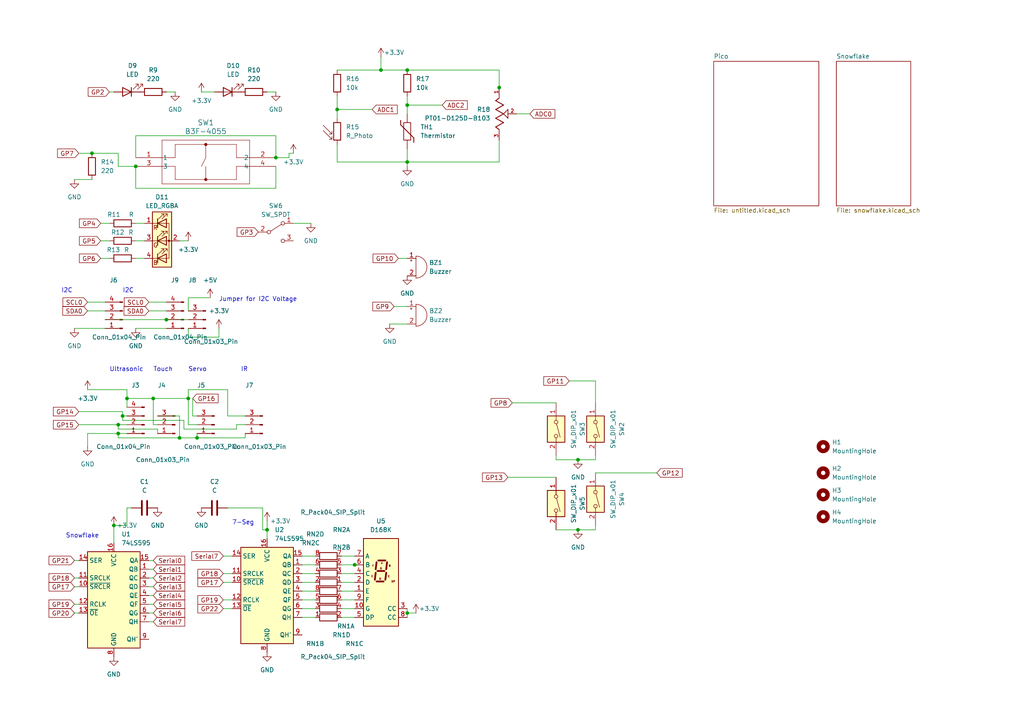
<source format=kicad_sch>
(kicad_sch (version 20231120) (generator "eeschema") (generator_version "8.0")
  (paper "A4")
  (lib_symbols
    (symbol "74xx:74LS595"
      (property "Reference" "U" (at -7.62 13.97 0))
      (property "Value" "74LS595" (at -7.62 -16.51 0))
      (symbol "74LS595_1_0"
        (pin tri_state line (at 10.16 7.62 180) (length 2.54) (name "QB") (number "1"))
        (pin input line (at -10.16 2.54 0) (length 2.54) (name "~{SRCLR}") (number "10"))
        (pin input line (at -10.16 5.08 0) (length 2.54) (name "SRCLK") (number "11"))
        (pin input line (at -10.16 -2.54 0) (length 2.54) (name "RCLK") (number "12"))
        (pin input line (at -10.16 -5.08 0) (length 2.54) (name "~{OE}") (number "13"))
        (pin input line (at -10.16 10.16 0) (length 2.54) (name "SER") (number "14"))
        (pin tri_state line (at 10.16 10.16 180) (length 2.54) (name "QA") (number "15"))
        (pin power_in line (at 0 15.24 270) (length 2.54) (name "VCC") (number "16"))
        (pin tri_state line (at 10.16 5.08 180) (length 2.54) (name "QC") (number "2"))
        (pin tri_state line (at 10.16 2.54 180) (length 2.54) (name "QD") (number "3"))
        (pin tri_state line (at 10.16 0 180) (length 2.54) (name "QE") (number "4"))
        (pin tri_state line (at 10.16 -2.54 180) (length 2.54) (name "QF") (number "5"))
        (pin tri_state line (at 10.16 -5.08 180) (length 2.54) (name "QG") (number "6"))
        (pin tri_state line (at 10.16 -7.62 180) (length 2.54) (name "QH") (number "7"))
        (pin power_in line (at 0 -17.78 90) (length 2.54) (name "GND") (number "8"))
        (pin output line (at 10.16 -12.7 180) (length 2.54) (name "QH'") (number "9"))
      )
      (symbol "74LS595_1_1"
        (rectangle (start -7.62 12.7) (end 7.62 -15.24) (stroke (width 0.254)) (fill (type background)))
      )
    )
    (symbol "Connector:Conn_01x03_Pin" (pin_names (offset 1.016) hide)
      (property "Reference" "J" (at 0 5.08 0))
      (property "Value" "Conn_01x03_Pin" (at 0 -5.08 0))
      (symbol "Conn_01x03_Pin_1_1"
        (polyline (pts (xy 1.27 -2.54) (xy 0.8636 -2.54)) (stroke (width 0.1524)))
        (polyline (pts (xy 1.27 0) (xy 0.8636 0)) (stroke (width 0.1524)))
        (polyline (pts (xy 1.27 2.54) (xy 0.8636 2.54)) (stroke (width 0.1524)))
        (rectangle (start 0.8636 -2.413) (end 0 -2.667) (stroke (width 0.1524)) (fill (type outline)))
        (rectangle (start 0.8636 0.127) (end 0 -0.127) (stroke (width 0.1524)) (fill (type outline)))
        (rectangle (start 0.8636 2.667) (end 0 2.413) (stroke (width 0.1524)) (fill (type outline)))
        (pin passive line (at 5.08 2.54 180) (length 3.81) (name "Pin_1") (number "1"))
        (pin passive line (at 5.08 0 180) (length 3.81) (name "Pin_2") (number "2"))
        (pin passive line (at 5.08 -2.54 180) (length 3.81) (name "Pin_3") (number "3"))
      )
    )
    (symbol "Connector:Conn_01x04_Pin" (pin_names (offset 1.016) hide)
      (property "Reference" "J" (at 0 5.08 0))
      (property "Value" "Conn_01x04_Pin" (at 0 -7.62 0))
      (symbol "Conn_01x04_Pin_1_1"
        (polyline (pts (xy 1.27 -5.08) (xy 0.8636 -5.08)) (stroke (width 0.1524)))
        (polyline (pts (xy 1.27 -2.54) (xy 0.8636 -2.54)) (stroke (width 0.1524)))
        (polyline (pts (xy 1.27 0) (xy 0.8636 0)) (stroke (width 0.1524)))
        (polyline (pts (xy 1.27 2.54) (xy 0.8636 2.54)) (stroke (width 0.1524)))
        (rectangle (start 0.8636 -4.953) (end 0 -5.207) (stroke (width 0.1524)) (fill (type outline)))
        (rectangle (start 0.8636 -2.413) (end 0 -2.667) (stroke (width 0.1524)) (fill (type outline)))
        (rectangle (start 0.8636 0.127) (end 0 -0.127) (stroke (width 0.1524)) (fill (type outline)))
        (rectangle (start 0.8636 2.667) (end 0 2.413) (stroke (width 0.1524)) (fill (type outline)))
        (pin passive line (at 5.08 2.54 180) (length 3.81) (name "Pin_1") (number "1"))
        (pin passive line (at 5.08 0 180) (length 3.81) (name "Pin_2") (number "2"))
        (pin passive line (at 5.08 -2.54 180) (length 3.81) (name "Pin_3") (number "3"))
        (pin passive line (at 5.08 -5.08 180) (length 3.81) (name "Pin_4") (number "4"))
      )
    )
    (symbol "Device:Buzzer" (pin_names (offset 0.0254) hide)
      (property "Reference" "BZ" (at 3.81 1.27 0))
      (property "Value" "Buzzer" (at 3.81 -1.27 0))
      (symbol "Buzzer_0_1"
        (arc (start 0 -3.175) (mid 3.1612 0) (end 0 3.175))
        (polyline (pts (xy -1.651 1.905) (xy -1.143 1.905)))
        (polyline (pts (xy -1.397 2.159) (xy -1.397 1.651)))
        (polyline (pts (xy 0 3.175) (xy 0 -3.175)))
      )
      (symbol "Buzzer_1_1"
        (pin passive line (at -2.54 2.54 0) (length 2.54) (name "-") (number "1"))
        (pin passive line (at -2.54 -2.54 0) (length 2.54) (name "+") (number "2"))
      )
    )
    (symbol "Device:C" (pin_numbers hide) (pin_names (offset 0.254))
      (property "Reference" "C" (at 0.635 2.54 0))
      (property "Value" "C" (at 0.635 -2.54 0))
      (symbol "C_0_1"
        (polyline (pts (xy -2.032 -0.762) (xy 2.032 -0.762)) (stroke (width 0.508)))
        (polyline (pts (xy -2.032 0.762) (xy 2.032 0.762)) (stroke (width 0.508)))
      )
      (symbol "C_1_1"
        (pin passive line (at 0 3.81 270) (length 2.794) (name "~") (number "1"))
        (pin passive line (at 0 -3.81 90) (length 2.794) (name "~") (number "2"))
      )
    )
    (symbol "Device:LED" (pin_numbers hide) (pin_names (offset 1.016) hide)
      (property "Reference" "D" (at 0 2.54 0))
      (property "Value" "LED" (at 0 -2.54 0))
      (symbol "LED_0_1"
        (polyline (pts (xy -1.27 -1.27) (xy -1.27 1.27)) (stroke (width 0.254)))
        (polyline (pts (xy -1.27 0) (xy 1.27 0)))
        (polyline (pts (xy 1.27 -1.27) (xy 1.27 1.27) (xy -1.27 0) (xy 1.27 -1.27)) (stroke (width 0.254)))
        (polyline (pts (xy -3.048 -0.762) (xy -4.572 -2.286) (xy -3.81 -2.286) (xy -4.572 -2.286) (xy -4.572 -1.524)))
        (polyline (pts (xy -1.778 -0.762) (xy -3.302 -2.286) (xy -2.54 -2.286) (xy -3.302 -2.286) (xy -3.302 -1.524)))
      )
      (symbol "LED_1_1"
        (pin passive line (at -3.81 0 0) (length 2.54) (name "K") (number "1"))
        (pin passive line (at 3.81 0 180) (length 2.54) (name "A") (number "2"))
      )
    )
    (symbol "Device:LED_RGBA" (pin_names (offset 0) hide)
      (property "Reference" "D11" (at 0 12.7 0))
      (property "Value" "LED_RGBA" (at 0 10.16 0))
      (symbol "LED_RGBA_0_0"
        (text "B" (at -1.905 -6.35 0) (effects (font (size 1.27 1.27))))
        (text "G" (at -1.905 -1.27 0) (effects (font (size 1.27 1.27))))
        (text "R" (at -1.905 3.81 0) (effects (font (size 1.27 1.27))))
      )
      (symbol "LED_RGBA_0_1"
        (rectangle (start -2.794 8.382) (end 2.794 -7.62) (stroke (width 0.254)) (fill (type background)))
        (polyline (pts (xy -1.27 -5.08) (xy -2.54 -5.08)))
        (polyline (pts (xy -1.27 -5.08) (xy 1.27 -5.08)))
        (polyline (pts (xy -1.27 -3.81) (xy -1.27 -6.35)) (stroke (width 0.254)))
        (polyline (pts (xy -1.27 0) (xy -2.54 0)))
        (polyline (pts (xy -1.27 1.27) (xy -1.27 -1.27)) (stroke (width 0.254)))
        (polyline (pts (xy -1.27 5.08) (xy -2.54 5.08)))
        (polyline (pts (xy -1.27 5.08) (xy 1.27 5.08)))
        (polyline (pts (xy -1.27 6.35) (xy -1.27 3.81)) (stroke (width 0.254)))
        (polyline (pts (xy 1.27 0) (xy -1.27 0)))
        (polyline (pts (xy 1.27 0) (xy 2.54 0)))
        (polyline (pts (xy -1.27 1.27) (xy -1.27 -1.27) (xy -1.27 -1.27)))
        (polyline (pts (xy -1.27 6.35) (xy -1.27 3.81) (xy -1.27 3.81)))
        (polyline (pts (xy 1.27 -5.08) (xy 2.032 -5.08) (xy 2.032 5.08) (xy 1.27 5.08)))
        (polyline (pts (xy 1.27 -3.81) (xy 1.27 -6.35) (xy -1.27 -5.08) (xy 1.27 -3.81)) (stroke (width 0.254)))
        (polyline (pts (xy 1.27 1.27) (xy 1.27 -1.27) (xy -1.27 0) (xy 1.27 1.27)) (stroke (width 0.254)))
        (polyline (pts (xy 1.27 6.35) (xy 1.27 3.81) (xy -1.27 5.08) (xy 1.27 6.35)) (stroke (width 0.254)))
        (polyline (pts (xy -1.016 -3.81) (xy 0.508 -2.286) (xy -0.254 -2.286) (xy 0.508 -2.286) (xy 0.508 -3.048)))
        (polyline (pts (xy -1.016 1.27) (xy 0.508 2.794) (xy -0.254 2.794) (xy 0.508 2.794) (xy 0.508 2.032)))
        (polyline (pts (xy -1.016 6.35) (xy 0.508 7.874) (xy -0.254 7.874) (xy 0.508 7.874) (xy 0.508 7.112)))
        (polyline (pts (xy 0 -3.81) (xy 1.524 -2.286) (xy 0.762 -2.286) (xy 1.524 -2.286) (xy 1.524 -3.048)))
        (polyline (pts (xy 0 1.27) (xy 1.524 2.794) (xy 0.762 2.794) (xy 1.524 2.794) (xy 1.524 2.032)))
        (polyline (pts (xy 0 6.35) (xy 1.524 7.874) (xy 0.762 7.874) (xy 1.524 7.874) (xy 1.524 7.112)))
        (rectangle (start 1.27 -1.27) (end 1.27 1.27))
        (rectangle (start 1.27 1.27) (end 1.27 1.27))
        (rectangle (start 1.27 3.81) (end 1.27 6.35))
        (rectangle (start 1.27 6.35) (end 1.27 6.35))
        (circle (center 2.032 0) (radius 0.254) (fill (type outline)))
      )
      (symbol "LED_RGBA_1_1"
        (pin passive line (at -5.08 5.08 0) (length 2.54) (name "RK") (number "1"))
        (pin passive line (at 5.08 0 180) (length 2.54) (name "2") (number "2"))
        (pin passive line (at -5.08 0 0) (length 2.54) (name "3") (number "3"))
        (pin passive line (at -5.08 -5.08 0) (length 2.54) (name "4") (number "4"))
      )
    )
    (symbol "Device:R" (pin_numbers hide) (pin_names (offset 0))
      (property "Reference" "R" (at 2.032 0 90))
      (property "Value" "R" (at 0 0 90))
      (symbol "R_0_1"
        (rectangle (start -1.016 -2.54) (end 1.016 2.54) (stroke (width 0.254)))
      )
      (symbol "R_1_1"
        (pin passive line (at 0 3.81 270) (length 1.27) (name "~") (number "1"))
        (pin passive line (at 0 -3.81 90) (length 1.27) (name "~") (number "2"))
      )
    )
    (symbol "Device:R_Pack04_SIP_Split" (pin_names (offset 0) hide)
      (property "Reference" "RN" (at 2.032 0 90))
      (property "Value" "R_Pack04_SIP_Split" (at 0 0 90))
      (symbol "R_Pack04_SIP_Split_0_1"
        (rectangle (start 1.016 2.54) (end -1.016 -2.54) (stroke (width 0.254)))
      )
      (symbol "R_Pack04_SIP_Split_1_1"
        (pin passive line (at 0 -3.81 90) (length 1.27) (name "R1.1") (number "1"))
        (pin passive line (at 0 3.81 270) (length 1.27) (name "R1.2") (number "2"))
      )
      (symbol "R_Pack04_SIP_Split_2_1"
        (pin passive line (at 0 -3.81 90) (length 1.27) (name "R2.1") (number "3"))
        (pin passive line (at 0 3.81 270) (length 1.27) (name "R2.2") (number "4"))
      )
      (symbol "R_Pack04_SIP_Split_3_1"
        (pin passive line (at 0 -3.81 90) (length 1.27) (name "R3.1") (number "5"))
        (pin passive line (at 0 3.81 270) (length 1.27) (name "R3.2") (number "6"))
      )
      (symbol "R_Pack04_SIP_Split_4_1"
        (pin passive line (at 0 -3.81 90) (length 1.27) (name "R4.1") (number "7"))
        (pin passive line (at 0 3.81 270) (length 1.27) (name "R4.2") (number "8"))
      )
    )
    (symbol "Device:R_Photo" (pin_numbers hide) (pin_names (offset 0))
      (property "Reference" "R" (at 1.27 1.27 0))
      (property "Value" "R_Photo" (at 1.27 0 0))
      (symbol "R_Photo_0_1"
        (rectangle (start -1.016 2.54) (end 1.016 -2.54) (stroke (width 0.254)))
        (polyline (pts (xy -1.524 -2.286) (xy -4.064 0.254)))
        (polyline (pts (xy -1.524 -2.286) (xy -2.286 -2.286)))
        (polyline (pts (xy -1.524 -2.286) (xy -1.524 -1.524)))
        (polyline (pts (xy -1.524 -0.762) (xy -4.064 1.778)))
        (polyline (pts (xy -1.524 -0.762) (xy -2.286 -0.762)))
        (polyline (pts (xy -1.524 -0.762) (xy -1.524 0)))
      )
      (symbol "R_Photo_1_1"
        (pin passive line (at 0 3.81 270) (length 1.27) (name "~") (number "1"))
        (pin passive line (at 0 -3.81 90) (length 1.27) (name "~") (number "2"))
      )
    )
    (symbol "Device:Thermistor" (pin_numbers hide) (pin_names (offset 0))
      (property "Reference" "TH" (at 2.54 1.27 90))
      (property "Value" "Thermistor" (at -2.54 0 90))
      (symbol "Thermistor_0_1"
        (rectangle (start -1.016 2.54) (end 1.016 -2.54) (stroke (width 0.2032)))
        (polyline (pts (xy -1.905 3.175) (xy -1.905 1.905) (xy 1.905 -1.905) (xy 1.905 -3.175) (xy 1.905 -3.175)) (stroke (width 0.254)))
      )
      (symbol "Thermistor_1_1"
        (pin passive line (at 0 5.08 270) (length 2.54) (name "~") (number "1"))
        (pin passive line (at 0 -5.08 90) (length 2.54) (name "~") (number "2"))
      )
    )
    (symbol "Display_Character:D168K"
      (property "Reference" "U" (at -2.54 13.97 0))
      (property "Value" "D168K" (at 1.27 13.97 0))
      (symbol "D168K_0_0"
        (text "A" (at 0.254 5.588 0) (effects (font (size 0.508 0.508))))
        (text "B" (at 2.54 4.826 0) (effects (font (size 0.508 0.508))))
        (text "C" (at 2.286 1.778 0) (effects (font (size 0.508 0.508))))
        (text "D" (at -0.254 1.016 0) (effects (font (size 0.508 0.508))))
        (text "DP" (at 3.556 0.254 0) (effects (font (size 0.508 0.508))))
        (text "E" (at -2.54 1.778 0) (effects (font (size 0.508 0.508))))
        (text "F" (at -2.286 4.826 0) (effects (font (size 0.508 0.508))))
        (text "G" (at 0 4.064 0) (effects (font (size 0.508 0.508))))
      )
      (symbol "D168K_0_1"
        (rectangle (start -5.08 12.7) (end 5.08 -12.7) (stroke (width 0.254)) (fill (type background)))
        (polyline (pts (xy -1.524 2.794) (xy -1.778 0.762)) (stroke (width 0.508)))
        (polyline (pts (xy -1.27 0.254) (xy 0.762 0.254)) (stroke (width 0.508)))
        (polyline (pts (xy -1.27 5.842) (xy -1.524 3.81)) (stroke (width 0.508)))
        (polyline (pts (xy -1.016 3.302) (xy 1.016 3.302)) (stroke (width 0.508)))
        (polyline (pts (xy -0.762 6.35) (xy 1.27 6.35)) (stroke (width 0.508)))
        (polyline (pts (xy 1.524 2.794) (xy 1.27 0.762)) (stroke (width 0.508)))
        (polyline (pts (xy 1.778 5.842) (xy 1.524 3.81)) (stroke (width 0.508)))
        (polyline (pts (xy 2.54 0.254) (xy 2.54 0.254)) (stroke (width 0.508)))
      )
      (symbol "D168K_1_1"
        (pin input line (at -7.62 -2.54 0) (length 2.54) (name "E") (number "1"))
        (pin input line (at -7.62 -7.62 0) (length 2.54) (name "G") (number "10"))
        (pin input line (at -7.62 0 0) (length 2.54) (name "D") (number "2"))
        (pin input line (at 7.62 -7.62 180) (length 2.54) (name "CC") (number "3"))
        (pin input line (at -7.62 2.54 0) (length 2.54) (name "C") (number "4"))
        (pin input line (at -7.62 -10.16 0) (length 2.54) (name "DP") (number "5"))
        (pin input line (at -7.62 5.08 0) (length 2.54) (name "B") (number "6"))
        (pin input line (at -7.62 7.62 0) (length 2.54) (name "A") (number "7"))
        (pin input line (at 7.62 -10.16 180) (length 2.54) (name "CC") (number "8"))
        (pin input line (at -7.62 -5.08 0) (length 2.54) (name "F") (number "9"))
      )
    )
    (symbol "Mechanical:MountingHole" (pin_names (offset 1.016))
      (property "Reference" "H" (at 0 5.08 0))
      (property "Value" "MountingHole" (at 0 3.175 0))
      (symbol "MountingHole_0_1"
        (circle (center 0 0) (radius 1.27) (stroke (width 1.27)))
      )
    )
    (symbol "PT01_D125D_B103 (POT):PT01-D125D-B103" (pin_names (offset 1.016))
      (property "Reference" "R" (at -7.62 10.16 0))
      (property "Value" "PT01-D125D-B103" (at -7.62 -5.08 0))
      (symbol "PT01-D125D-B103_0_0"
        (polyline (pts (xy -4.572 0) (xy -5.08 0)) (stroke (width 0.1524)))
        (polyline (pts (xy -3.81 -1.016) (xy -4.572 0)) (stroke (width 0.254)))
        (polyline (pts (xy -2.54 1.27) (xy -3.81 -1.016)) (stroke (width 0.254)))
        (polyline (pts (xy -1.27 -1.016) (xy -2.54 1.27)) (stroke (width 0.254)))
        (polyline (pts (xy -1.27 2.54) (xy 1.27 2.54)) (stroke (width 0.2032)))
        (polyline (pts (xy 0 1.27) (xy -1.27 -1.016)) (stroke (width 0.254)))
        (polyline (pts (xy 0 1.27) (xy -1.27 2.54)) (stroke (width 0.2032)))
        (polyline (pts (xy 1.27 -1.016) (xy 0 1.27)) (stroke (width 0.254)))
        (polyline (pts (xy 1.27 2.54) (xy 0 1.27)) (stroke (width 0.2032)))
        (polyline (pts (xy 2.54 1.27) (xy 1.27 -1.016)) (stroke (width 0.254)))
        (polyline (pts (xy 3.81 -1.016) (xy 2.54 1.27)) (stroke (width 0.254)))
        (polyline (pts (xy 4.572 0) (xy 3.81 -1.016)) (stroke (width 0.254)))
        (polyline (pts (xy 5.08 0) (xy 4.572 0)) (stroke (width 0.1524)))
        (pin passive line (at -7.62 0 0) (length 2.54) (name "~") (number "1"))
        (pin passive line (at 0 5.08 270) (length 2.54) (name "~") (number "2"))
        (pin passive line (at 7.62 0 180) (length 2.54) (name "~") (number "3"))
      )
    )
    (symbol "SW_B3F-4050_OMR:B3F-4055" (pin_names (offset 0.254))
      (property "Reference" "SW" (at 20.32 10.16 0))
      (property "Value" "B3F-4055" (at 20.32 7.62 0))
      (symbol "B3F-4055_0_1"
        (polyline (pts (xy 7.62 -7.62) (xy 33.02 -7.62)) (stroke (width 0.127)))
        (polyline (pts (xy 7.62 -2.54) (xy 11.43 -2.54)) (stroke (width 0.127)))
        (polyline (pts (xy 7.62 0) (xy 11.43 0)) (stroke (width 0.127)))
        (polyline (pts (xy 7.62 5.08) (xy 7.62 -7.62)) (stroke (width 0.127)))
        (polyline (pts (xy 11.43 -6.35) (xy 29.21 -6.35)) (stroke (width 0.127)))
        (polyline (pts (xy 11.43 -2.54) (xy 11.43 -6.35)) (stroke (width 0.127)))
        (polyline (pts (xy 11.43 0) (xy 11.43 3.81)) (stroke (width 0.127)))
        (polyline (pts (xy 20.32 -2.54) (xy 20.32 -6.35)) (stroke (width 0.127)))
        (polyline (pts (xy 20.32 0) (xy 19.05 -2.54)) (stroke (width 0.127)))
        (polyline (pts (xy 20.32 3.81) (xy 20.32 0)) (stroke (width 0.127)))
        (polyline (pts (xy 29.21 -6.35) (xy 29.21 -2.54)) (stroke (width 0.127)))
        (polyline (pts (xy 29.21 -2.54) (xy 33.02 -2.54)) (stroke (width 0.127)))
        (polyline (pts (xy 29.21 0) (xy 29.21 3.81)) (stroke (width 0.127)))
        (polyline (pts (xy 29.21 3.81) (xy 11.43 3.81)) (stroke (width 0.127)))
        (polyline (pts (xy 33.02 -7.62) (xy 33.02 5.08)) (stroke (width 0.127)))
        (polyline (pts (xy 33.02 0) (xy 29.21 0)) (stroke (width 0.127)))
        (polyline (pts (xy 33.02 5.08) (xy 7.62 5.08)) (stroke (width 0.127)))
        (circle (center 20.32 -6.35) (radius 0.254) (stroke (width 0.381)))
        (circle (center 20.32 3.81) (radius 0.254) (stroke (width 0.381)))
        (pin unspecified line (at 0 0 0) (length 7.62) (name "1") (number "1"))
        (pin unspecified line (at 40.64 0 180) (length 7.62) (name "2") (number "2"))
        (pin unspecified line (at 0 -2.54 0) (length 7.62) (name "3") (number "3"))
        (pin unspecified line (at 40.64 -2.54 180) (length 7.62) (name "4") (number "4"))
      )
    )
    (symbol "Switch:SW_DIP_x01" (pin_names (offset 0) hide)
      (property "Reference" "SW" (at 0 3.81 0))
      (property "Value" "SW_DIP_x01" (at 0 -3.81 0))
      (symbol "SW_DIP_x01_0_0"
        (circle (center -2.032 0) (radius 0.508))
        (polyline (pts (xy -1.524 0.127) (xy 2.3622 1.1684)))
        (circle (center 2.032 0) (radius 0.508))
      )
      (symbol "SW_DIP_x01_0_1"
        (rectangle (start -3.81 2.54) (end 3.81 -2.54) (stroke (width 0.254)) (fill (type background)))
      )
      (symbol "SW_DIP_x01_1_1"
        (pin passive line (at -7.62 0 0) (length 5.08) (name "~") (number "1"))
        (pin passive line (at 7.62 0 180) (length 5.08) (name "~") (number "2"))
      )
    )
    (symbol "Switch:SW_SPDT" (pin_names (offset 0) hide)
      (property "Reference" "SW" (at 0 4.318 0))
      (property "Value" "SW_SPDT" (at 0 -5.08 0))
      (symbol "SW_SPDT_0_0"
        (circle (center -2.032 0) (radius 0.508))
        (circle (center 2.032 -2.54) (radius 0.508))
      )
      (symbol "SW_SPDT_0_1"
        (polyline (pts (xy -1.524 0.254) (xy 1.651 2.286)))
        (circle (center 2.032 2.54) (radius 0.508))
      )
      (symbol "SW_SPDT_1_1"
        (pin passive line (at 5.08 2.54 180) (length 2.54) (name "A") (number "1"))
        (pin passive line (at -5.08 0 0) (length 2.54) (name "B") (number "2"))
        (pin passive line (at 5.08 -2.54 180) (length 2.54) (name "C") (number "3"))
      )
    )
    (symbol "power:+3.3V" (power) (pin_names (offset 0))
      (property "Value" "+3.3V" (at 0 3.556 0))
      (symbol "+3.3V_0_1"
        (polyline (pts (xy -0.762 1.27) (xy 0 2.54)))
        (polyline (pts (xy 0 0) (xy 0 2.54)))
        (polyline (pts (xy 0 2.54) (xy 0.762 1.27)))
      )
      (symbol "+3.3V_1_1"
        (pin power_in line (at 0 0 90) (length 0) hide (name "+3.3V") (number "1"))
      )
    )
    (symbol "power:+5V" (power) (pin_names (offset 0))
      (property "Value" "+5V" (at 0 3.556 0))
      (symbol "+5V_0_1"
        (polyline (pts (xy -0.762 1.27) (xy 0 2.54)))
        (polyline (pts (xy 0 0) (xy 0 2.54)))
        (polyline (pts (xy 0 2.54) (xy 0.762 1.27)))
      )
      (symbol "+5V_1_1"
        (pin power_in line (at 0 0 90) (length 0) hide (name "+5V") (number "1"))
      )
    )
    (symbol "power:GND" (power) (pin_names (offset 0))
      (property "Value" "GND" (at 0 -3.81 0))
      (symbol "GND_0_1"
        (polyline (pts (xy 0 0) (xy 0 -1.27) (xy 1.27 -1.27) (xy 0 -2.54) (xy -1.27 -1.27) (xy 0 -1.27)))
      )
      (symbol "GND_1_1"
        (pin power_in line (at 0 0 270) (length 0) hide (name "GND") (number "1"))
      )
    )
  )
  (junction (at 48.26 92.71))
  (junction (at 52.07 127))
  (junction (at 118.11 20.32))
  (junction (at 54.61 115.57))
  (junction (at 118.11 177.8))
  (junction (at 80.01 45.72))
  (junction (at 110.49 20.32))
  (junction (at 97.79 31.75))
  (junction (at 34.29 123.19))
  (junction (at 39.37 48.26))
  (junction (at 57.15 127))
  (junction (at 26.67 44.45))
  (junction (at 44.45 115.57))
  (junction (at 33.02 152.4))
  (junction (at 167.64 133.35))
  (junction (at 77.47 153.67))
  (junction (at 118.11 30.48))
  (junction (at 118.11 46.99))
  (junction (at 36.83 115.57))
  (junction (at 144.78 25.4))
  (junction (at 167.64 153.67))
  (junction (at 34.29 125.73))
  (junction (at 102.87 163.83))
  (junction (at 35.56 120.65))
  (wire (pts (xy 34.29 44.45) (xy 34.29 48.26)))
  (wire (pts (xy 43.18 87.63) (xy 48.26 87.63)))
  (wire (pts (xy 118.11 48.26) (xy 118.11 46.99)))
  (wire (pts (xy 55.88 115.57) (xy 55.88 120.65)))
  (wire (pts (xy 26.67 44.45) (xy 34.29 44.45)))
  (wire (pts (xy 22.86 123.19) (xy 34.29 123.19)))
  (wire (pts (xy 118.11 43.18) (xy 118.11 46.99)))
  (wire (pts (xy 50.8 26.67) (xy 48.26 26.67)))
  (wire (pts (xy 21.59 175.26) (xy 22.86 175.26)))
  (wire (pts (xy 161.29 153.67) (xy 167.64 153.67)))
  (wire (pts (xy 99.06 166.37) (xy 102.87 166.37)))
  (wire (pts (xy 44.45 172.72) (xy 43.18 172.72)))
  (wire (pts (xy 52.07 120.65) (xy 52.07 127)))
  (wire (pts (xy 45.72 125.73) (xy 45.72 124.46)))
  (wire (pts (xy 45.72 123.19) (xy 44.45 123.19)))
  (wire (pts (xy 99.06 161.29) (xy 102.87 161.29)))
  (wire (pts (xy 99.06 176.53) (xy 102.87 176.53)))
  (wire (pts (xy 21.59 167.64) (xy 22.86 167.64)))
  (wire (pts (xy 172.72 152.4) (xy 172.72 153.67)))
  (wire (pts (xy 97.79 46.99) (xy 97.79 41.91)))
  (wire (pts (xy 107.95 31.75) (xy 97.79 31.75)))
  (wire (pts (xy 99.06 179.07) (xy 102.87 179.07)))
  (wire (pts (xy 34.29 127) (xy 52.07 127)))
  (wire (pts (xy 30.48 92.71) (xy 48.26 92.71)))
  (wire (pts (xy 21.59 162.56) (xy 22.86 162.56)))
  (wire (pts (xy 44.45 165.1) (xy 43.18 165.1)))
  (wire (pts (xy 44.45 175.26) (xy 43.18 175.26)))
  (wire (pts (xy 35.56 121.92) (xy 53.34 121.92)))
  (wire (pts (xy 21.59 177.8) (xy 22.86 177.8)))
  (wire (pts (xy 87.63 179.07) (xy 91.44 179.07)))
  (wire (pts (xy 58.42 26.67) (xy 62.23 26.67)))
  (wire (pts (xy 118.11 20.32) (xy 110.49 20.32)))
  (wire (pts (xy 167.64 133.35) (xy 172.72 133.35)))
  (wire (pts (xy 87.63 161.29) (xy 91.44 161.29)))
  (wire (pts (xy 80.01 26.67) (xy 77.47 26.67)))
  (wire (pts (xy 128.27 30.48) (xy 118.11 30.48)))
  (wire (pts (xy 97.79 31.75) (xy 97.79 34.29)))
  (wire (pts (xy 153.67 33.02) (xy 149.86 33.02)))
  (wire (pts (xy 144.78 40.64) (xy 144.78 46.99)))
  (wire (pts (xy 57.15 123.19) (xy 54.61 123.19)))
  (wire (pts (xy 87.63 173.99) (xy 91.44 173.99)))
  (wire (pts (xy 25.4 113.03) (xy 36.83 113.03)))
  (wire (pts (xy 25.4 125.73) (xy 25.4 129.54)))
  (wire (pts (xy 99.06 168.91) (xy 102.87 168.91)))
  (wire (pts (xy 87.63 176.53) (xy 91.44 176.53)))
  (wire (pts (xy 41.91 69.85) (xy 39.37 69.85)))
  (wire (pts (xy 39.37 39.37) (xy 80.01 39.37)))
  (wire (pts (xy 66.04 147.32) (xy 76.2 147.32)))
  (wire (pts (xy 99.06 163.83) (xy 102.87 163.83)))
  (wire (pts (xy 83.82 44.45) (xy 83.82 45.72)))
  (wire (pts (xy 147.32 138.43) (xy 161.29 138.43)))
  (wire (pts (xy 118.11 46.99) (xy 97.79 46.99)))
  (wire (pts (xy 172.72 133.35) (xy 172.72 132.08)))
  (wire (pts (xy 29.21 69.85) (xy 31.75 69.85)))
  (wire (pts (xy 44.45 115.57) (xy 54.61 115.57)))
  (wire (pts (xy 35.56 120.65) (xy 36.83 120.65)))
  (wire (pts (xy 66.04 120.65) (xy 66.04 113.03)))
  (wire (pts (xy 44.45 167.64) (xy 43.18 167.64)))
  (wire (pts (xy 25.4 90.17) (xy 30.48 90.17)))
  (wire (pts (xy 64.77 173.99) (xy 67.31 173.99)))
  (wire (pts (xy 64.77 166.37) (xy 67.31 166.37)))
  (wire (pts (xy 85.09 64.77) (xy 90.17 64.77)))
  (wire (pts (xy 144.78 46.99) (xy 118.11 46.99)))
  (wire (pts (xy 41.91 74.93) (xy 39.37 74.93)))
  (wire (pts (xy 29.21 74.93) (xy 31.75 74.93)))
  (wire (pts (xy 36.83 125.73) (xy 34.29 125.73)))
  (wire (pts (xy 144.78 20.32) (xy 144.78 25.4)))
  (wire (pts (xy 167.64 153.67) (xy 172.72 153.67)))
  (wire (pts (xy 57.15 125.73) (xy 57.15 127)))
  (wire (pts (xy 21.59 52.07) (xy 26.67 52.07)))
  (wire (pts (xy 34.29 125.73) (xy 25.4 125.73)))
  (wire (pts (xy 64.77 176.53) (xy 67.31 176.53)))
  (wire (pts (xy 53.34 121.92) (xy 53.34 124.46)))
  (wire (pts (xy 80.01 39.37) (xy 80.01 45.72)))
  (wire (pts (xy 34.29 124.46) (xy 34.29 123.19)))
  (wire (pts (xy 144.78 20.32) (xy 118.11 20.32)))
  (wire (pts (xy 114.3 88.9) (xy 118.11 88.9)))
  (wire (pts (xy 54.61 69.85) (xy 52.07 69.85)))
  (wire (pts (xy 87.63 166.37) (xy 91.44 166.37)))
  (wire (pts (xy 44.45 180.34) (xy 43.18 180.34)))
  (wire (pts (xy 87.63 163.83) (xy 91.44 163.83)))
  (wire (pts (xy 54.61 123.19) (xy 54.61 115.57)))
  (wire (pts (xy 99.06 173.99) (xy 102.87 173.99)))
  (wire (pts (xy 21.59 170.18) (xy 22.86 170.18)))
  (wire (pts (xy 63.5 97.79) (xy 54.61 97.79)))
  (wire (pts (xy 39.37 48.26) (xy 39.37 54.61)))
  (wire (pts (xy 161.29 132.08) (xy 161.29 133.35)))
  (wire (pts (xy 44.45 162.56) (xy 43.18 162.56)))
  (wire (pts (xy 54.61 113.03) (xy 54.61 115.57)))
  (wire (pts (xy 68.58 123.19) (xy 71.12 123.19)))
  (wire (pts (xy 34.29 124.46) (xy 45.72 124.46)))
  (wire (pts (xy 35.56 121.92) (xy 35.56 120.65)))
  (wire (pts (xy 165.1 110.49) (xy 172.72 110.49)))
  (wire (pts (xy 44.45 170.18) (xy 43.18 170.18)))
  (wire (pts (xy 115.57 74.93) (xy 118.11 74.93)))
  (wire (pts (xy 39.37 45.72) (xy 39.37 39.37)))
  (wire (pts (xy 148.59 116.84) (xy 161.29 116.84)))
  (wire (pts (xy 34.29 48.26) (xy 39.37 48.26)))
  (wire (pts (xy 39.37 95.25) (xy 48.26 95.25)))
  (wire (pts (xy 76.2 147.32) (xy 76.2 153.67)))
  (wire (pts (xy 36.83 115.57) (xy 44.45 115.57)))
  (wire (pts (xy 77.47 153.67) (xy 77.47 156.21)))
  (wire (pts (xy 54.61 86.36) (xy 54.61 90.17)))
  (wire (pts (xy 25.4 87.63) (xy 30.48 87.63)))
  (wire (pts (xy 66.04 120.65) (xy 71.12 120.65)))
  (wire (pts (xy 118.11 93.98) (xy 113.03 93.98)))
  (wire (pts (xy 80.01 54.61) (xy 80.01 48.26)))
  (wire (pts (xy 57.15 127) (xy 71.12 127)))
  (wire (pts (xy 118.11 30.48) (xy 118.11 33.02)))
  (wire (pts (xy 36.83 152.4) (xy 33.02 152.4)))
  (wire (pts (xy 22.86 44.45) (xy 26.67 44.45)))
  (wire (pts (xy 87.63 171.45) (xy 91.44 171.45)))
  (wire (pts (xy 99.06 171.45) (xy 102.87 171.45)))
  (wire (pts (xy 190.5 137.16) (xy 172.72 137.16)))
  (wire (pts (xy 66.04 113.03) (xy 54.61 113.03)))
  (wire (pts (xy 110.49 16.51) (xy 110.49 20.32)))
  (wire (pts (xy 38.1 147.32) (xy 36.83 147.32)))
  (wire (pts (xy 57.15 120.65) (xy 55.88 120.65)))
  (wire (pts (xy 118.11 176.53) (xy 118.11 177.8)))
  (wire (pts (xy 102.87 163.83) (xy 104.14 163.83)))
  (wire (pts (xy 83.82 45.72) (xy 80.01 45.72)))
  (wire (pts (xy 161.29 133.35) (xy 167.64 133.35)))
  (wire (pts (xy 120.65 177.8) (xy 118.11 177.8)))
  (wire (pts (xy 36.83 113.03) (xy 36.83 115.57)))
  (wire (pts (xy 21.59 95.25) (xy 30.48 95.25)))
  (wire (pts (xy 97.79 27.94) (xy 97.79 31.75)))
  (wire (pts (xy 64.77 161.29) (xy 67.31 161.29)))
  (wire (pts (xy 85.09 44.45) (xy 83.82 44.45)))
  (wire (pts (xy 54.61 97.79) (xy 54.61 95.25)))
  (wire (pts (xy 44.45 177.8) (xy 43.18 177.8)))
  (wire (pts (xy 76.2 153.67) (xy 77.47 153.67)))
  (wire (pts (xy 52.07 127) (xy 57.15 127)))
  (wire (pts (xy 29.21 64.77) (xy 31.75 64.77)))
  (wire (pts (xy 60.96 86.36) (xy 54.61 86.36)))
  (wire (pts (xy 63.5 95.25) (xy 63.5 97.79)))
  (wire (pts (xy 77.47 151.13) (xy 77.47 153.67)))
  (wire (pts (xy 34.29 123.19) (xy 36.83 123.19)))
  (wire (pts (xy 43.18 90.17) (xy 48.26 90.17)))
  (wire (pts (xy 34.29 127) (xy 34.29 125.73)))
  (wire (pts (xy 36.83 115.57) (xy 36.83 118.11)))
  (wire (pts (xy 64.77 168.91) (xy 67.31 168.91)))
  (wire (pts (xy 144.78 26.67) (xy 144.78 25.4)))
  (wire (pts (xy 48.26 92.71) (xy 54.61 92.71)))
  (wire (pts (xy 110.49 20.32) (xy 97.79 20.32)))
  (wire (pts (xy 45.72 120.65) (xy 52.07 120.65)))
  (wire (pts (xy 172.72 110.49) (xy 172.72 116.84)))
  (wire (pts (xy 87.63 168.91) (xy 91.44 168.91)))
  (wire (pts (xy 35.56 119.38) (xy 35.56 120.65)))
  (wire (pts (xy 41.91 64.77) (xy 39.37 64.77)))
  (wire (pts (xy 118.11 177.8) (xy 118.11 179.07)))
  (wire (pts (xy 44.45 115.57) (xy 44.45 123.19)))
  (wire (pts (xy 39.37 54.61) (xy 80.01 54.61)))
  (wire (pts (xy 36.83 147.32) (xy 36.83 152.4)))
  (wire (pts (xy 71.12 125.73) (xy 71.12 127)))
  (wire (pts (xy 68.58 124.46) (xy 68.58 123.19)))
  (wire (pts (xy 31.75 26.67) (xy 33.02 26.67)))
  (wire (pts (xy 22.86 119.38) (xy 35.56 119.38)))
  (wire (pts (xy 33.02 152.4) (xy 33.02 157.48)))
  (wire (pts (xy 53.34 124.46) (xy 68.58 124.46)))
  (wire (pts (xy 118.11 27.94) (xy 118.11 30.48)))
  (text "Ultrasonic" (at 31.75 107.95 0) (effects (font (size 1.27 1.27)) (justify left bottom)))
  (text "IR\n" (at 69.85 107.95 0) (effects (font (size 1.27 1.27)) (justify left bottom)))
  (text "Servo" (at 54.61 107.95 0) (effects (font (size 1.27 1.27)) (justify left bottom)))
  (text "Touch" (at 44.45 107.95 0) (effects (font (size 1.27 1.27)) (justify left bottom)))
  (text "I2C" (at 35.56 85.09 0) (effects (font (size 1.27 1.27)) (justify left bottom)))
  (text "Snowflake" (at 19.05 156.21 0) (effects (font (size 1.27 1.27)) (justify left bottom)))
  (text "7-Seg" (at 67.31 152.4 0) (effects (font (size 1.27 1.27)) (justify left bottom)))
  (text "Jumper for I2C Voltage" (at 63.5 87.63 0) (effects (font (size 1.27 1.27)) (justify left bottom)))
  (text "I2C" (at 17.78 85.09 0) (effects (font (size 1.27 1.27)) (justify left bottom)))
  (global_label "Serial4" (shape input) (at 44.45 172.72 0) (property "Intersheetrefs" "${INTERSHEET_REFS}" (effects (hide yes))))
  (global_label "GP18" (shape input) (at 64.77 166.37 180) (property "Intersheetrefs" "${INTERSHEET_REFS}" (effects (hide yes))))
  (global_label "GP10" (shape input) (at 115.57 74.93 180) (property "Intersheetrefs" "${INTERSHEET_REFS}" (effects (hide yes))))
  (global_label "GP17" (shape input) (at 64.77 168.91 180) (property "Intersheetrefs" "${INTERSHEET_REFS}" (effects (hide yes))))
  (global_label "GP20" (shape input) (at 21.59 177.8 180) (property "Intersheetrefs" "${INTERSHEET_REFS}" (effects (hide yes))))
  (global_label "Serial3" (shape input) (at 44.45 170.18 0) (property "Intersheetrefs" "${INTERSHEET_REFS}" (effects (hide yes))))
  (global_label "ADC1" (shape input) (at 107.95 31.75 0) (property "Intersheetrefs" "${INTERSHEET_REFS}" (effects (hide yes))))
  (global_label "GP8" (shape input) (at 148.59 116.84 180) (property "Intersheetrefs" "${INTERSHEET_REFS}" (effects (hide yes))))
  (global_label "GP18" (shape input) (at 21.59 167.64 180) (property "Intersheetrefs" "${INTERSHEET_REFS}" (effects (hide yes))))
  (global_label "GP19" (shape input) (at 21.59 175.26 180) (property "Intersheetrefs" "${INTERSHEET_REFS}" (effects (hide yes))))
  (global_label "GP15" (shape input) (at 22.86 123.19 180) (property "Intersheetrefs" "${INTERSHEET_REFS}" (effects (hide yes))))
  (global_label "GP6" (shape input) (at 29.21 74.93 180) (property "Intersheetrefs" "${INTERSHEET_REFS}" (effects (hide yes))))
  (global_label "GP16" (shape input) (at 55.88 115.57 0) (property "Intersheetrefs" "${INTERSHEET_REFS}" (effects (hide yes))))
  (global_label "SCL0" (shape input) (at 43.18 87.63 180) (property "Intersheetrefs" "${INTERSHEET_REFS}" (effects (hide yes))))
  (global_label "SDA0" (shape input) (at 43.18 90.17 180) (property "Intersheetrefs" "${INTERSHEET_REFS}" (effects (hide yes))))
  (global_label "ADC2" (shape input) (at 128.27 30.48 0) (property "Intersheetrefs" "${INTERSHEET_REFS}" (effects (hide yes))))
  (global_label "GP21" (shape input) (at 21.59 162.56 180) (property "Intersheetrefs" "${INTERSHEET_REFS}" (effects (hide yes))))
  (global_label "Serial5" (shape input) (at 44.45 175.26 0) (property "Intersheetrefs" "${INTERSHEET_REFS}" (effects (hide yes))))
  (global_label "Serial0" (shape input) (at 44.45 162.56 0) (property "Intersheetrefs" "${INTERSHEET_REFS}" (effects (hide yes))))
  (global_label "GP5" (shape input) (at 29.21 69.85 180) (property "Intersheetrefs" "${INTERSHEET_REFS}" (effects (hide yes))))
  (global_label "GP22" (shape input) (at 64.77 176.53 180) (property "Intersheetrefs" "${INTERSHEET_REFS}" (effects (hide yes))))
  (global_label "GP14" (shape input) (at 22.86 119.38 180) (property "Intersheetrefs" "${INTERSHEET_REFS}" (effects (hide yes))))
  (global_label "Serial7" (shape input) (at 64.77 161.29 180) (property "Intersheetrefs" "${INTERSHEET_REFS}" (effects (hide yes))))
  (global_label "GP13" (shape input) (at 147.32 138.43 180) (property "Intersheetrefs" "${INTERSHEET_REFS}" (effects (hide yes))))
  (global_label "GP9" (shape input) (at 114.3 88.9 180) (property "Intersheetrefs" "${INTERSHEET_REFS}" (effects (hide yes))))
  (global_label "GP12" (shape input) (at 190.5 137.16 0) (property "Intersheetrefs" "${INTERSHEET_REFS}" (effects (hide yes))))
  (global_label "GP19" (shape input) (at 64.77 173.99 180) (property "Intersheetrefs" "${INTERSHEET_REFS}" (effects (hide yes))))
  (global_label "Serial6" (shape input) (at 44.45 177.8 0) (property "Intersheetrefs" "${INTERSHEET_REFS}" (effects (hide yes))))
  (global_label "SDA0" (shape input) (at 25.4 90.17 180) (property "Intersheetrefs" "${INTERSHEET_REFS}" (effects (hide yes))))
  (global_label "GP7" (shape input) (at 22.86 44.45 180) (property "Intersheetrefs" "${INTERSHEET_REFS}" (effects (hide yes))))
  (global_label "ADC0" (shape input) (at 153.67 33.02 0) (property "Intersheetrefs" "${INTERSHEET_REFS}" (effects (hide yes))))
  (global_label "SCL0" (shape input) (at 25.4 87.63 180) (property "Intersheetrefs" "${INTERSHEET_REFS}" (effects (hide yes))))
  (global_label "GP4" (shape input) (at 29.21 64.77 180) (property "Intersheetrefs" "${INTERSHEET_REFS}" (effects (hide yes))))
  (global_label "GP3" (shape input) (at 74.93 67.31 180) (property "Intersheetrefs" "${INTERSHEET_REFS}" (effects (hide yes))))
  (global_label "GP2" (shape input) (at 31.75 26.67 180) (property "Intersheetrefs" "${INTERSHEET_REFS}" (effects (hide yes))))
  (global_label "Serial7" (shape input) (at 44.45 180.34 0) (property "Intersheetrefs" "${INTERSHEET_REFS}" (effects (hide yes))))
  (global_label "GP11" (shape input) (at 165.1 110.49 180) (property "Intersheetrefs" "${INTERSHEET_REFS}" (effects (hide yes))))
  (global_label "GP17" (shape input) (at 21.59 170.18 180) (property "Intersheetrefs" "${INTERSHEET_REFS}" (effects (hide yes))))
  (global_label "Serial2" (shape input) (at 44.45 167.64 0) (property "Intersheetrefs" "${INTERSHEET_REFS}" (effects (hide yes))))
  (global_label "Serial1" (shape input) (at 44.45 165.1 0) (property "Intersheetrefs" "${INTERSHEET_REFS}" (effects (hide yes))))
  (symbol (lib_id "Device:R") (at 35.56 64.77 270) (unit 1)
    (property "Reference" "R11" (at 33.02 62.23 90))
    (property "Value" "R" (at 38.1 62.23 90))
    (property "Footprint" "Resistor_THT:R_Axial_DIN0207_L6.3mm_D2.5mm_P10.16mm_Horizontal" (effects (hide yes)))
  )
  (symbol (lib_id "power:GND") (at 167.64 133.35 0) (unit 1)
    (property "Reference" "#PWR031" (effects (hide yes)))
    (property "Value" "GND" (at 167.64 138.43 0))
  )
  (symbol (lib_id "power:+3.3V") (at 110.49 16.51 0) (unit 1)
    (property "Reference" "#PWR045" (effects (hide yes)))
    (property "Value" "+3.3V" (at 114.3 15.24 0))
  )
  (symbol (lib_id "Device:R_Pack04_SIP_Split") (at 95.25 179.07 270) (unit 1)
    (property "Reference" "RN1" (at 100.33 181.61 90))
    (property "Value" "R_Pack04_SIP_Split" (at 96.52 190.5 90))
    (property "Footprint" "Resistor_THT:R_Array_SIP8" (effects (hide yes)))
    (property "Datasheet" "http://www.vishay.com/docs/31509/csc.pdf" (effects (hide yes)))
  )
  (symbol (lib_id "Device:R_Pack04_SIP_Split") (at 95.25 163.83 90) (unit 3)
    (property "Reference" "RN2" (at 90.17 157.48 90))
    (property "Value" "R_Pack04_SIP_Split" (effects (hide yes)))
    (property "Footprint" "Resistor_THT:R_Array_SIP8" (effects (hide yes)))
    (property "Datasheet" "http://www.vishay.com/docs/31509/csc.pdf" (effects (hide yes)))
  )
  (symbol (lib_id "power:GND") (at 118.11 80.01 0) (unit 1)
    (property "Reference" "#PWR048" (effects (hide yes)))
    (property "Value" "GND" (at 118.11 85.09 0))
  )
  (symbol (lib_id "Device:Buzzer") (at 120.65 77.47 0) (unit 1)
    (property "Reference" "BZ1" (at 124.46 76.2 0) (effects (justify left)))
    (property "Value" "Buzzer" (at 124.46 78.74 0) (effects (justify left)))
    (property "Footprint" "Buzzer_Beeper:Buzzer_12x9.5RM7.6" (effects (hide yes)))
  )
  (symbol (lib_id "Connector:Conn_01x04_Pin") (at 53.34 92.71 180) (unit 1)
    (property "Reference" "J9" (at 49.53 81.28 0) (effects (justify right)))
    (property "Value" "Conn_01x04_Pin" (at 44.45 97.79 0) (effects (justify right)))
    (property "Footprint" "Connector_PinHeader_2.54mm:PinHeader_1x04_P2.54mm_Vertical" (effects (hide yes)))
  )
  (symbol (lib_id "74xx:74LS595") (at 33.02 172.72 0) (unit 1)
    (property "Reference" "U1" (at 35.2141 154.94 0) (effects (justify left)))
    (property "Value" "74LS595" (at 35.2141 157.48 0) (effects (justify left)))
    (property "Footprint" "Package_DIP:DIP-16_W7.62mm" (effects (hide yes)))
    (property "Datasheet" "http://www.ti.com/lit/gpn/sn74ls595" (effects (hide yes)))
  )
  (symbol (lib_id "Device:LED") (at 36.83 26.67 180) (unit 1)
    (property "Reference" "D9" (at 38.4175 19.05 0))
    (property "Value" "LED" (at 38.4175 21.59 0))
    (property "Footprint" "LED_THT:LED_D5.0mm" (effects (hide yes)))
  )
  (symbol (lib_id "power:GND") (at 25.4 129.54 0) (unit 1)
    (property "Reference" "#PWR029" (effects (hide yes)))
    (property "Value" "GND" (at 25.4 134.62 0))
  )
  (symbol (lib_id "Mechanical:MountingHole") (at 238.76 143.51 0) (unit 1)
    (property "Reference" "H3" (at 241.3 142.24 0) (effects (justify left)))
    (property "Value" "MountingHole" (at 241.3 144.78 0) (effects (justify left)))
    (property "Footprint" "MountingHole:MountingHole_3mm" (effects (hide yes)))
  )
  (symbol (lib_id "power:GND") (at 21.59 52.07 0) (unit 1)
    (property "Reference" "#PWR042" (effects (hide yes)))
    (property "Value" "GND" (at 21.59 57.15 0))
  )
  (symbol (lib_id "Device:R_Pack04_SIP_Split") (at 95.25 166.37 90) (unit 2)
    (property "Reference" "RN2" (at 99.06 158.75 90))
    (property "Value" "R_Pack04_SIP_Split" (effects (hide yes)))
    (property "Footprint" "Resistor_THT:R_Array_SIP8" (effects (hide yes)))
    (property "Datasheet" "http://www.vishay.com/docs/31509/csc.pdf" (effects (hide yes)))
  )
  (symbol (lib_id "Device:R") (at 26.67 48.26 180) (unit 1)
    (property "Reference" "R14" (at 29.21 46.99 0) (effects (justify right)))
    (property "Value" "220" (at 29.21 49.53 0) (effects (justify right)))
    (property "Footprint" "Resistor_THT:R_Axial_DIN0207_L6.3mm_D2.5mm_P10.16mm_Horizontal" (effects (hide yes)))
  )
  (symbol (lib_id "power:+3.3V") (at 54.61 69.85 0) (unit 1)
    (property "Reference" "#PWR044" (effects (hide yes)))
    (property "Value" "+3.3V" (at 54.61 72.39 0))
  )
  (symbol (lib_id "Device:R") (at 35.56 74.93 90) (unit 1)
    (property "Reference" "R13" (at 32.8974 72.468 90))
    (property "Value" "R" (at 36.7074 72.468 90))
    (property "Footprint" "Resistor_THT:R_Axial_DIN0207_L6.3mm_D2.5mm_P10.16mm_Horizontal" (effects (hide yes)))
  )
  (symbol (lib_id "power:GND") (at 58.42 147.32 0) (unit 1)
    (property "Reference" "#PWR041" (effects (hide yes)))
    (property "Value" "GND" (at 58.42 152.4 0))
  )
  (symbol (lib_id "power:GND") (at 167.64 153.67 0) (unit 1)
    (property "Reference" "#PWR032" (effects (hide yes)))
    (property "Value" "GND" (at 167.64 158.75 0))
  )
  (symbol (lib_id "Connector:Conn_01x04_Pin") (at 41.91 123.19 180) (unit 1)
    (property "Reference" "J3" (at 38.1 111.76 0) (effects (justify right)))
    (property "Value" "Conn_01x04_Pin" (at 27.94 129.54 0) (effects (justify right)))
    (property "Footprint" "Connector_PinHeader_2.54mm:PinHeader_1x04_P2.54mm_Vertical" (effects (hide yes)))
  )
  (symbol (lib_id "power:+3.3V") (at 85.09 44.45 0) (unit 1)
    (property "Reference" "#PWR043" (effects (hide yes)))
    (property "Value" "+3.3V" (at 85.09 46.99 0))
  )
  (symbol (lib_id "Device:LED_RGBA") (at 46.99 69.85 0) (unit 1)
    (property "Reference" "D11" (at 46.99 57.15 0))
    (property "Value" "LED_RGBA" (at 46.99 59.69 0))
    (property "Footprint" "LED_THT:LED_D5.0mm-4_RGB_Wide_Pins" (effects (hide yes)))
  )
  (symbol (lib_id "Device:Buzzer") (at 120.65 91.44 0) (unit 1)
    (property "Reference" "BZ2" (at 124.46 90.17 0) (effects (justify left)))
    (property "Value" "Buzzer" (at 124.46 92.71 0) (effects (justify left)))
    (property "Footprint" "Buzzer_Beeper:Buzzer_12x9.5RM7.6" (effects (hide yes)))
  )
  (symbol (lib_id "power:+3.3V") (at 63.5 95.25 0) (unit 1)
    (property "Reference" "#PWR038" (effects (hide yes)))
    (property "Value" "+3.3V" (at 63.5 90.17 0))
  )
  (symbol (lib_id "Device:R_Pack04_SIP_Split") (at 95.25 161.29 90) (unit 4)
    (property "Reference" "RN2" (at 91.44 154.94 90))
    (property "Value" "R_Pack04_SIP_Split" (effects (hide yes)))
    (property "Footprint" "Resistor_THT:R_Array_SIP8" (effects (hide yes)))
    (property "Datasheet" "http://www.vishay.com/docs/31509/csc.pdf" (effects (hide yes)))
  )
  (symbol (lib_id "power:GND") (at 21.59 95.25 0) (unit 1)
    (property "Reference" "#PWR037" (effects (hide yes)))
    (property "Value" "GND" (at 21.59 100.33 0))
  )
  (symbol (lib_id "Device:LED") (at 66.04 26.67 180) (unit 1)
    (property "Reference" "D10" (at 67.6275 19.05 0))
    (property "Value" "LED" (at 67.6275 21.59 0))
    (property "Footprint" "LED_THT:LED_D5.0mm" (effects (hide yes)))
  )
  (symbol (lib_id "Device:R") (at 118.11 24.13 180) (unit 1)
    (property "Reference" "R17" (at 120.65 22.86 0) (effects (justify right)))
    (property "Value" "10k" (at 120.65 25.4 0) (effects (justify right)))
    (property "Footprint" "Resistor_THT:R_Axial_DIN0207_L6.3mm_D2.5mm_P10.16mm_Horizontal" (effects (hide yes)))
  )
  (symbol (lib_id "Connector:Conn_01x03_Pin") (at 50.8 123.19 180) (unit 1)
    (property "Reference" "J4" (at 45.72 111.76 0) (effects (justify right)))
    (property "Value" "Conn_01x03_Pin" (at 39.37 133.35 0) (effects (justify right)))
    (property "Footprint" "Connector_PinHeader_2.54mm:PinHeader_1x03_P2.54mm_Vertical" (effects (hide yes)))
  )
  (symbol (lib_id "Device:R_Photo") (at 97.79 38.1 0) (unit 1)
    (property "Reference" "R15" (at 100.33 36.83 0) (effects (justify left)))
    (property "Value" "R_Photo" (at 100.33 39.37 0) (effects (justify left)))
    (property "Footprint" "OptoDevice:R_LDR_7x6mm_P5.1mm_Vertical" (effects (hide yes)))
  )
  (symbol (lib_id "Switch:SW_DIP_x01") (at 172.72 144.78 270) (unit 1)
    (property "Reference" "SW4" (at 180.34 144.78 0))
    (property "Value" "SW_DIP_x01" (at 177.8 144.78 0))
    (property "Footprint" "Button_Switch_THT:SW_PUSH_6mm" (effects (hide yes)))
  )
  (symbol (lib_id "Mechanical:MountingHole") (at 238.76 129.54 0) (unit 1)
    (property "Reference" "H1" (at 241.3 128.27 0) (effects (justify left)))
    (property "Value" "MountingHole" (at 241.3 130.81 0) (effects (justify left)))
    (property "Footprint" "MountingHole:MountingHole_3mm" (effects (hide yes)))
  )
  (symbol (lib_id "Device:Thermistor") (at 118.11 38.1 0) (unit 1)
    (property "Reference" "TH1" (at 121.92 36.83 0) (effects (justify left)))
    (property "Value" "Thermistor" (at 121.92 39.37 0) (effects (justify left)))
    (property "Footprint" "Connector_PinHeader_2.54mm:PinHeader_1x02_P2.54mm_Vertical" (effects (hide yes)))
  )
  (symbol (lib_id "Device:C") (at 62.23 147.32 90) (unit 1)
    (property "Reference" "C2" (at 62.23 139.7 90))
    (property "Value" "C" (at 62.23 142.24 90))
    (property "Footprint" "Capacitor_THT:C_Rect_L4.0mm_W2.5mm_P2.50mm" (effects (hide yes)))
  )
  (symbol (lib_id "power:GND") (at 50.8 26.67 0) (unit 1)
    (property "Reference" "#PWR025" (effects (hide yes)))
    (property "Value" "GND" (at 50.8 31.75 0))
  )
  (symbol (lib_id "power:+3.3V") (at 77.47 151.13 0) (unit 1)
    (property "Reference" "#PWR014" (effects (hide yes)))
    (property "Value" "+3.3V" (at 81.28 151.13 0))
  )
  (symbol (lib_id "Mechanical:MountingHole") (at 238.76 149.86 0) (unit 1)
    (property "Reference" "H4" (at 241.3 148.59 0) (effects (justify left)))
    (property "Value" "MountingHole" (at 241.3 151.13 0) (effects (justify left)))
    (property "Footprint" "MountingHole:MountingHole_3mm" (effects (hide yes)))
  )
  (symbol (lib_id "Switch:SW_DIP_x01") (at 161.29 146.05 270) (unit 1)
    (property "Reference" "SW5" (at 168.91 146.05 0))
    (property "Value" "SW_DIP_x01" (at 166.37 146.05 0))
    (property "Footprint" "Button_Switch_THT:SW_PUSH_6mm" (effects (hide yes)))
  )
  (symbol (lib_id "power:+3.3V") (at 33.02 152.4 0) (unit 1)
    (property "Reference" "#PWR012" (effects (hide yes)))
    (property "Value" "+3.3V" (at 36.83 152.4 0))
  )
  (symbol (lib_id "Mechanical:MountingHole") (at 238.76 137.16 0) (unit 1)
    (property "Reference" "H2" (at 241.3 135.89 0) (effects (justify left)))
    (property "Value" "MountingHole" (at 241.3 138.43 0) (effects (justify left)))
    (property "Footprint" "MountingHole:MountingHole_3mm" (effects (hide yes)))
  )
  (symbol (lib_id "power:GND") (at 80.01 26.67 0) (unit 1)
    (property "Reference" "#PWR026" (effects (hide yes)))
    (property "Value" "GND" (at 80.01 31.75 0))
  )
  (symbol (lib_id "Device:R") (at 44.45 26.67 90) (unit 1)
    (property "Reference" "R9" (at 44.45 20.32 90))
    (property "Value" "220" (at 44.45 22.86 90))
    (property "Footprint" "Resistor_THT:R_Axial_DIN0207_L6.3mm_D2.5mm_P10.16mm_Horizontal" (effects (hide yes)))
  )
  (symbol (lib_id "power:+5V") (at 60.96 86.36 0) (unit 1)
    (property "Reference" "#PWR039" (effects (hide yes)))
    (property "Value" "+5V" (at 60.96 81.28 0))
  )
  (symbol (lib_id "power:+3.3V") (at 120.65 177.8 0) (unit 1)
    (property "Reference" "#PWR015" (effects (hide yes)))
    (property "Value" "+3.3V" (at 124.46 176.53 0))
  )
  (symbol (lib_id "Device:R") (at 73.66 26.67 90) (unit 1)
    (property "Reference" "R10" (at 73.66 20.32 90))
    (property "Value" "220" (at 73.66 22.86 90))
    (property "Footprint" "Resistor_THT:R_Axial_DIN0207_L6.3mm_D2.5mm_P10.16mm_Horizontal" (effects (hide yes)))
  )
  (symbol (lib_id "power:GND") (at 33.02 190.5 0) (unit 1)
    (property "Reference" "#PWR013" (effects (hide yes)))
    (property "Value" "GND" (at 33.02 195.58 0))
  )
  (symbol (lib_id "power:GND") (at 90.17 64.77 0) (unit 1)
    (property "Reference" "#PWR030" (effects (hide yes)))
    (property "Value" "GND" (at 90.17 69.85 0))
  )
  (symbol (lib_id "Connector:Conn_01x03_Pin") (at 62.23 123.19 180) (unit 1)
    (property "Reference" "J5" (at 57.15 111.76 0) (effects (justify right)))
    (property "Value" "Conn_01x03_Pin" (at 53.34 129.54 0) (effects (justify right)))
    (property "Footprint" "Connector_PinHeader_2.54mm:PinHeader_1x03_P2.54mm_Vertical" (effects (hide yes)))
  )
  (symbol (lib_id "power:GND") (at 113.03 93.98 0) (unit 1)
    (property "Reference" "#PWR049" (effects (hide yes)))
    (property "Value" "GND" (at 113.03 99.06 0))
  )
  (symbol (lib_id "power:GND") (at 77.47 189.23 0) (unit 1)
    (property "Reference" "#PWR017" (effects (hide yes)))
    (property "Value" "GND" (at 77.47 194.31 0))
  )
  (symbol (lib_id "power:+3.3V") (at 25.4 113.03 0) (unit 1)
    (property "Reference" "#PWR028" (effects (hide yes)))
    (property "Value" "+3.3V" (at 25.4 115.57 0))
  )
  (symbol (lib_id "SW_B3F-4050_OMR:B3F-4055") (at 39.37 45.72 0) (unit 1)
    (property "Reference" "SW1" (at 59.69 35.56 0) (effects (font (size 1.524 1.524))))
    (property "Value" "B3F-4055" (at 59.69 38.1 0) (effects (font (size 1.524 1.524))))
    (property "Footprint" "SW_B3F-4050_OMR" (effects (hide yes)))
    (property "Datasheet" "B3F-4055" (effects (hide yes)))
  )
  (symbol (lib_id "PT01_D125D_B103 (POT):PT01-D125D-B103") (at 144.78 33.02 270) (unit 1)
    (property "Reference" "R18" (at 142.24 31.75 90) (effects (justify right)))
    (property "Value" "PT01-D125D-B103" (at 142.24 34.29 90) (effects (justify right)))
    (property "Footprint" "PT01_D125D_B103 (POT):TRIM_PT01-D125D-B103" (effects (hide yes)))
    (property "PARTREV" "1.0" (effects (hide yes)))
    (property "MANUFACTURER" "CUI Devices" (effects (hide yes)))
    (property "MAXIMUM_PACKAGE_HEIGHT" "26.8 mm" (effects (hide yes)))
    (property "STANDARD" "Manufacturer Recommendations" (effects (hide yes)))
  )
  (symbol (lib_id "Device:R_Pack04_SIP_Split") (at 95.25 168.91 90) (unit 1)
    (property "Reference" "RN2" (at 99.06 153.67 90))
    (property "Value" "R_Pack04_SIP_Split" (at 96.52 148.59 90))
    (property "Footprint" "Resistor_THT:R_Array_SIP8" (effects (hide yes)))
    (property "Datasheet" "http://www.vishay.com/docs/31509/csc.pdf" (effects (hide yes)))
  )
  (symbol (lib_id "Switch:SW_DIP_x01") (at 172.72 124.46 270) (unit 1)
    (property "Reference" "SW2" (at 180.34 124.46 0))
    (property "Value" "SW_DIP_x01" (at 177.8 124.46 0))
    (property "Footprint" "Button_Switch_THT:SW_PUSH_6mm" (effects (hide yes)))
  )
  (symbol (lib_id "Device:C") (at 41.91 147.32 90) (unit 1)
    (property "Reference" "C1" (at 41.91 139.7 90))
    (property "Value" "C" (at 41.91 142.24 90))
    (property "Footprint" "Capacitor_THT:C_Rect_L4.0mm_W2.5mm_P2.50mm" (effects (hide yes)))
  )
  (symbol (lib_id "Switch:SW_SPDT") (at 80.01 67.31 0) (unit 1)
    (property "Reference" "SW6" (at 80.01 59.69 0))
    (property "Value" "SW_SPDT" (at 80.01 62.23 0))
    (property "Footprint" "Connector_PinHeader_2.54mm:PinHeader_1x03_P2.54mm_Vertical" (effects (hide yes)))
  )
  (symbol (lib_id "Device:R_Pack04_SIP_Split") (at 95.25 173.99 270) (unit 3)
    (property "Reference" "RN1" (at 102.87 186.69 90))
    (property "Value" "R_Pack04_SIP_Split" (effects (hide yes)))
    (property "Footprint" "Resistor_THT:R_Array_SIP8" (effects (hide yes)))
    (property "Datasheet" "http://www.vishay.com/docs/31509/csc.pdf" (effects (hide yes)))
  )
  (symbol (lib_id "Device:R_Pack04_SIP_Split") (at 95.25 171.45 90) (unit 4)
    (property "Reference" "RN1" (at 99.06 184.15 90))
    (property "Value" "R_Pack04_SIP_Split" (effects (hide yes)))
    (property "Footprint" "Resistor_THT:R_Array_SIP8" (effects (hide yes)))
    (property "Datasheet" "http://www.vishay.com/docs/31509/csc.pdf" (effects (hide yes)))
  )
  (symbol (lib_id "Switch:SW_DIP_x01") (at 161.29 124.46 270) (unit 1)
    (property "Reference" "SW3" (at 168.91 124.46 0))
    (property "Value" "SW_DIP_x01" (at 166.37 124.46 0))
    (property "Footprint" "Button_Switch_THT:SW_PUSH_6mm" (effects (hide yes)))
  )
  (symbol (lib_id "power:GND") (at 39.37 95.25 0) (unit 1)
    (property "Reference" "#PWR016" (effects (hide yes)))
    (property "Value" "GND" (at 39.37 100.33 0))
  )
  (symbol (lib_id "Connector:Conn_01x03_Pin") (at 76.2 123.19 180) (unit 1)
    (property "Reference" "J7" (at 71.12 111.76 0) (effects (justify right)))
    (property "Value" "Conn_01x03_Pin" (at 67.31 129.54 0) (effects (justify right)))
    (property "Footprint" "Connector_PinHeader_2.54mm:PinHeader_1x03_P2.54mm_Vertical" (effects (hide yes)))
  )
  (symbol (lib_id "74xx:74LS595") (at 77.47 171.45 0) (unit 1)
    (property "Reference" "U2" (at 79.6641 153.67 0) (effects (justify left)))
    (property "Value" "74LS595" (at 79.6641 156.21 0) (effects (justify left)))
    (property "Footprint" "Package_DIP:DIP-16_W7.62mm" (effects (hide yes)))
    (property "Datasheet" "http://www.ti.com/lit/gpn/sn74ls595" (effects (hide yes)))
  )
  (symbol (lib_id "Connector:Conn_01x04_Pin") (at 35.56 92.71 180) (unit 1)
    (property "Reference" "J6" (at 31.75 81.28 0) (effects (justify right)))
    (property "Value" "Conn_01x04_Pin" (at 26.67 97.79 0) (effects (justify right)))
    (property "Footprint" "Connector_PinHeader_2.54mm:PinHeader_1x04_P2.54mm_Vertical" (effects (hide yes)))
  )
  (symbol (lib_id "Device:R") (at 35.56 69.85 90) (unit 1)
    (property "Reference" "R12" (at 34.1674 67.388 90))
    (property "Value" "R" (at 37.9774 67.388 90))
    (property "Footprint" "Resistor_THT:R_Axial_DIN0207_L6.3mm_D2.5mm_P10.16mm_Horizontal" (effects (hide yes)))
  )
  (symbol (lib_id "power:+3.3V") (at 58.42 26.67 0) (unit 1)
    (property "Reference" "#PWR027" (effects (hide yes)))
    (property "Value" "+3.3V" (at 58.42 29.21 0))
  )
  (symbol (lib_id "Connector:Conn_01x03_Pin") (at 59.69 92.71 180) (unit 1)
    (property "Reference" "J8" (at 54.61 81.28 0) (effects (justify right)))
    (property "Value" "Conn_01x03_Pin" (at 53.34 99.06 0) (effects (justify right)))
    (property "Footprint" "Connector_PinHeader_2.54mm:PinHeader_1x03_P2.54mm_Vertical" (effects (hide yes)))
  )
  (symbol (lib_id "Device:R") (at 97.79 24.13 180) (unit 1)
    (property "Reference" "R16" (at 100.33 22.86 0) (effects (justify right)))
    (property "Value" "10k" (at 100.33 25.4 0) (effects (justify right)))
    (property "Footprint" "Resistor_THT:R_Axial_DIN0207_L6.3mm_D2.5mm_P10.16mm_Horizontal" (effects (hide yes)))
  )
  (symbol (lib_id "Display_Character:D168K") (at 110.49 168.91 0) (unit 1)
    (property "Reference" "U5" (at 110.49 151.13 0))
    (property "Value" "D168K" (at 110.49 153.67 0))
    (property "Footprint" "Display_7Segment:D1X8K" (effects (hide yes)))
    (property "Datasheet" "https://ia800903.us.archive.org/24/items/CTKD1x8K/Cromatek%20D168K.pdf" (effects (hide yes)))
  )
  (symbol (lib_id "power:GND") (at 118.11 48.26 0) (unit 1)
    (property "Reference" "#PWR046" (effects (hide yes)))
    (property "Value" "GND" (at 118.11 53.34 0))
  )
  (symbol (lib_id "power:GND") (at 45.72 147.32 0) (unit 1)
    (property "Reference" "#PWR050" (effects (hide yes)))
    (property "Value" "GND" (at 45.72 152.4 0))
  )
  (symbol (lib_id "Device:R_Pack04_SIP_Split") (at 95.25 176.53 270) (unit 2)
    (property "Reference" "RN1" (at 91.44 186.69 90))
    (property "Value" "R_Pack04_SIP_Split" (effects (hide yes)))
    (property "Footprint" "Resistor_THT:R_Array_SIP8" (effects (hide yes)))
    (property "Datasheet" "http://www.vishay.com/docs/31509/csc.pdf" (effects (hide yes)))
  )
  (sheet (at 207.01 17.78) (size 30.48 41.91) (stroke (width 0.1524))
    (property "Sheetname" "Pico" (at 207.01 17.0684 0) (effects (justify left bottom)))
    (property "Sheetfile" "untitled.kicad_sch" (at 207.01 60.2746 0) (effects (justify left top)))
  )
  (sheet (at 242.57 17.78) (size 21.59 41.91) (stroke (width 0.1524))
    (property "Sheetname" "Snowflake" (at 242.57 17.0684 0) (effects (justify left bottom)))
    (property "Sheetfile" "snowflake.kicad_sch" (at 242.57 60.2746 0) (effects (justify left top)))
  )
)
</source>
